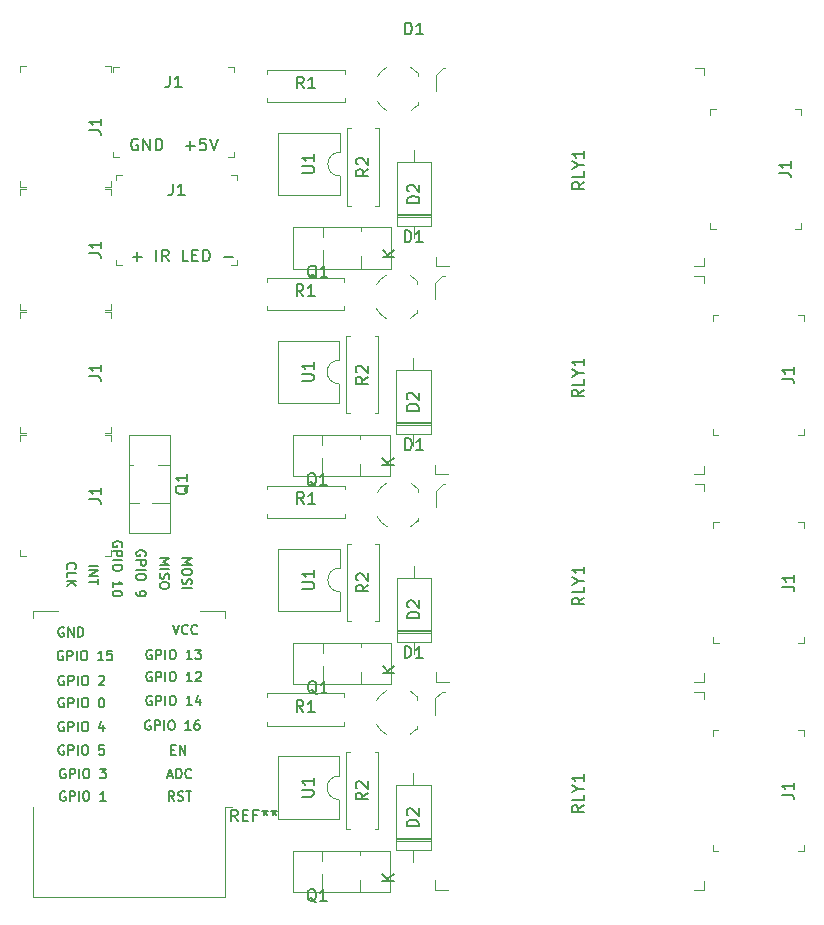
<source format=gbr>
%TF.GenerationSoftware,KiCad,Pcbnew,(6.0.10)*%
%TF.CreationDate,2023-01-21T19:58:42+05:30*%
%TF.ProjectId,Micro MCU V2,4d696372-6f20-44d4-9355-2056322e6b69,rev?*%
%TF.SameCoordinates,Original*%
%TF.FileFunction,Legend,Top*%
%TF.FilePolarity,Positive*%
%FSLAX46Y46*%
G04 Gerber Fmt 4.6, Leading zero omitted, Abs format (unit mm)*
G04 Created by KiCad (PCBNEW (6.0.10)) date 2023-01-21 19:58:42*
%MOMM*%
%LPD*%
G01*
G04 APERTURE LIST*
%ADD10C,0.150000*%
%ADD11C,0.100000*%
%ADD12C,0.120000*%
G04 APERTURE END LIST*
D10*
X148336380Y-50300000D02*
X148241142Y-50252380D01*
X148098285Y-50252380D01*
X147955428Y-50300000D01*
X147860190Y-50395238D01*
X147812571Y-50490476D01*
X147764952Y-50680952D01*
X147764952Y-50823809D01*
X147812571Y-51014285D01*
X147860190Y-51109523D01*
X147955428Y-51204761D01*
X148098285Y-51252380D01*
X148193523Y-51252380D01*
X148336380Y-51204761D01*
X148384000Y-51157142D01*
X148384000Y-50823809D01*
X148193523Y-50823809D01*
X148812571Y-51252380D02*
X148812571Y-50252380D01*
X149384000Y-51252380D01*
X149384000Y-50252380D01*
X149860190Y-51252380D02*
X149860190Y-50252380D01*
X150098285Y-50252380D01*
X150241142Y-50300000D01*
X150336380Y-50395238D01*
X150384000Y-50490476D01*
X150431619Y-50680952D01*
X150431619Y-50823809D01*
X150384000Y-51014285D01*
X150336380Y-51109523D01*
X150241142Y-51204761D01*
X150098285Y-51252380D01*
X149860190Y-51252380D01*
X152384000Y-50871428D02*
X153145904Y-50871428D01*
X152764952Y-51252380D02*
X152764952Y-50490476D01*
X154098285Y-50252380D02*
X153622095Y-50252380D01*
X153574476Y-50728571D01*
X153622095Y-50680952D01*
X153717333Y-50633333D01*
X153955428Y-50633333D01*
X154050666Y-50680952D01*
X154098285Y-50728571D01*
X154145904Y-50823809D01*
X154145904Y-51061904D01*
X154098285Y-51157142D01*
X154050666Y-51204761D01*
X153955428Y-51252380D01*
X153717333Y-51252380D01*
X153622095Y-51204761D01*
X153574476Y-51157142D01*
X154431619Y-50252380D02*
X154764952Y-51252380D01*
X155098285Y-50252380D01*
X147907904Y-60269428D02*
X148669809Y-60269428D01*
X148288857Y-60650380D02*
X148288857Y-59888476D01*
X149907904Y-60650380D02*
X149907904Y-59650380D01*
X150955523Y-60650380D02*
X150622190Y-60174190D01*
X150384095Y-60650380D02*
X150384095Y-59650380D01*
X150765047Y-59650380D01*
X150860285Y-59698000D01*
X150907904Y-59745619D01*
X150955523Y-59840857D01*
X150955523Y-59983714D01*
X150907904Y-60078952D01*
X150860285Y-60126571D01*
X150765047Y-60174190D01*
X150384095Y-60174190D01*
X152622190Y-60650380D02*
X152146000Y-60650380D01*
X152146000Y-59650380D01*
X152955523Y-60126571D02*
X153288857Y-60126571D01*
X153431714Y-60650380D02*
X152955523Y-60650380D01*
X152955523Y-59650380D01*
X153431714Y-59650380D01*
X153860285Y-60650380D02*
X153860285Y-59650380D01*
X154098380Y-59650380D01*
X154241238Y-59698000D01*
X154336476Y-59793238D01*
X154384095Y-59888476D01*
X154431714Y-60078952D01*
X154431714Y-60221809D01*
X154384095Y-60412285D01*
X154336476Y-60507523D01*
X154241238Y-60602761D01*
X154098380Y-60650380D01*
X153860285Y-60650380D01*
X155622190Y-60269428D02*
X156384095Y-60269428D01*
%TO.C,D1*%
X170983904Y-76628380D02*
X170983904Y-75628380D01*
X171222000Y-75628380D01*
X171364857Y-75676000D01*
X171460095Y-75771238D01*
X171507714Y-75866476D01*
X171555333Y-76056952D01*
X171555333Y-76199809D01*
X171507714Y-76390285D01*
X171460095Y-76485523D01*
X171364857Y-76580761D01*
X171222000Y-76628380D01*
X170983904Y-76628380D01*
X172507714Y-76628380D02*
X171936285Y-76628380D01*
X172222000Y-76628380D02*
X172222000Y-75628380D01*
X172126761Y-75771238D01*
X172031523Y-75866476D01*
X171936285Y-75914095D01*
%TO.C,U1*%
X162228380Y-105967904D02*
X163037904Y-105967904D01*
X163133142Y-105920285D01*
X163180761Y-105872666D01*
X163228380Y-105777428D01*
X163228380Y-105586952D01*
X163180761Y-105491714D01*
X163133142Y-105444095D01*
X163037904Y-105396476D01*
X162228380Y-105396476D01*
X163228380Y-104396476D02*
X163228380Y-104967904D01*
X163228380Y-104682190D02*
X162228380Y-104682190D01*
X162371238Y-104777428D01*
X162466476Y-104872666D01*
X162514095Y-104967904D01*
%TO.C,J1*%
X144232380Y-80811333D02*
X144946666Y-80811333D01*
X145089523Y-80858952D01*
X145184761Y-80954190D01*
X145232380Y-81097047D01*
X145232380Y-81192285D01*
X145232380Y-79811333D02*
X145232380Y-80382761D01*
X145232380Y-80097047D02*
X144232380Y-80097047D01*
X144375238Y-80192285D01*
X144470476Y-80287523D01*
X144518095Y-80382761D01*
%TO.C,Q1*%
X152644619Y-79597238D02*
X152597000Y-79692476D01*
X152501761Y-79787714D01*
X152358904Y-79930571D01*
X152311285Y-80025809D01*
X152311285Y-80121047D01*
X152549380Y-80073428D02*
X152501761Y-80168666D01*
X152406523Y-80263904D01*
X152216047Y-80311523D01*
X151882714Y-80311523D01*
X151692238Y-80263904D01*
X151597000Y-80168666D01*
X151549380Y-80073428D01*
X151549380Y-79882952D01*
X151597000Y-79787714D01*
X151692238Y-79692476D01*
X151882714Y-79644857D01*
X152216047Y-79644857D01*
X152406523Y-79692476D01*
X152501761Y-79787714D01*
X152549380Y-79882952D01*
X152549380Y-80073428D01*
X152549380Y-78692476D02*
X152549380Y-79263904D01*
X152549380Y-78978190D02*
X151549380Y-78978190D01*
X151692238Y-79073428D01*
X151787476Y-79168666D01*
X151835095Y-79263904D01*
%TO.C,J1*%
X202924380Y-88193333D02*
X203638666Y-88193333D01*
X203781523Y-88240952D01*
X203876761Y-88336190D01*
X203924380Y-88479047D01*
X203924380Y-88574285D01*
X203924380Y-87193333D02*
X203924380Y-87764761D01*
X203924380Y-87479047D02*
X202924380Y-87479047D01*
X203067238Y-87574285D01*
X203162476Y-87669523D01*
X203210095Y-87764761D01*
%TO.C,R2*%
X167856380Y-52826666D02*
X167380190Y-53160000D01*
X167856380Y-53398095D02*
X166856380Y-53398095D01*
X166856380Y-53017142D01*
X166904000Y-52921904D01*
X166951619Y-52874285D01*
X167046857Y-52826666D01*
X167189714Y-52826666D01*
X167284952Y-52874285D01*
X167332571Y-52921904D01*
X167380190Y-53017142D01*
X167380190Y-53398095D01*
X166951619Y-52445714D02*
X166904000Y-52398095D01*
X166856380Y-52302857D01*
X166856380Y-52064761D01*
X166904000Y-51969523D01*
X166951619Y-51921904D01*
X167046857Y-51874285D01*
X167142095Y-51874285D01*
X167284952Y-51921904D01*
X167856380Y-52493333D01*
X167856380Y-51874285D01*
%TO.C,RLY1*%
X186144380Y-89114000D02*
X185668190Y-89447333D01*
X186144380Y-89685428D02*
X185144380Y-89685428D01*
X185144380Y-89304476D01*
X185192000Y-89209238D01*
X185239619Y-89161619D01*
X185334857Y-89114000D01*
X185477714Y-89114000D01*
X185572952Y-89161619D01*
X185620571Y-89209238D01*
X185668190Y-89304476D01*
X185668190Y-89685428D01*
X186144380Y-88209238D02*
X186144380Y-88685428D01*
X185144380Y-88685428D01*
X185668190Y-87685428D02*
X186144380Y-87685428D01*
X185144380Y-88018761D02*
X185668190Y-87685428D01*
X185144380Y-87352095D01*
X186144380Y-86494952D02*
X186144380Y-87066380D01*
X186144380Y-86780666D02*
X185144380Y-86780666D01*
X185287238Y-86875904D01*
X185382476Y-86971142D01*
X185430095Y-87066380D01*
%TO.C,D1*%
X170927904Y-94228380D02*
X170927904Y-93228380D01*
X171166000Y-93228380D01*
X171308857Y-93276000D01*
X171404095Y-93371238D01*
X171451714Y-93466476D01*
X171499333Y-93656952D01*
X171499333Y-93799809D01*
X171451714Y-93990285D01*
X171404095Y-94085523D01*
X171308857Y-94180761D01*
X171166000Y-94228380D01*
X170927904Y-94228380D01*
X172451714Y-94228380D02*
X171880285Y-94228380D01*
X172166000Y-94228380D02*
X172166000Y-93228380D01*
X172070761Y-93371238D01*
X171975523Y-93466476D01*
X171880285Y-93514095D01*
%TO.C,U1*%
X162284380Y-88367904D02*
X163093904Y-88367904D01*
X163189142Y-88320285D01*
X163236761Y-88272666D01*
X163284380Y-88177428D01*
X163284380Y-87986952D01*
X163236761Y-87891714D01*
X163189142Y-87844095D01*
X163093904Y-87796476D01*
X162284380Y-87796476D01*
X163284380Y-86796476D02*
X163284380Y-87367904D01*
X163284380Y-87082190D02*
X162284380Y-87082190D01*
X162427238Y-87177428D01*
X162522476Y-87272666D01*
X162570095Y-87367904D01*
%TO.C,J1*%
X144232380Y-49569333D02*
X144946666Y-49569333D01*
X145089523Y-49616952D01*
X145184761Y-49712190D01*
X145232380Y-49855047D01*
X145232380Y-49950285D01*
X145232380Y-48569333D02*
X145232380Y-49140761D01*
X145232380Y-48855047D02*
X144232380Y-48855047D01*
X144375238Y-48950285D01*
X144470476Y-49045523D01*
X144518095Y-49140761D01*
%TO.C,D2*%
X172174380Y-55684095D02*
X171174380Y-55684095D01*
X171174380Y-55446000D01*
X171222000Y-55303142D01*
X171317238Y-55207904D01*
X171412476Y-55160285D01*
X171602952Y-55112666D01*
X171745809Y-55112666D01*
X171936285Y-55160285D01*
X172031523Y-55207904D01*
X172126761Y-55303142D01*
X172174380Y-55446000D01*
X172174380Y-55684095D01*
X171269619Y-54731714D02*
X171222000Y-54684095D01*
X171174380Y-54588857D01*
X171174380Y-54350761D01*
X171222000Y-54255523D01*
X171269619Y-54207904D01*
X171364857Y-54160285D01*
X171460095Y-54160285D01*
X171602952Y-54207904D01*
X172174380Y-54779333D01*
X172174380Y-54160285D01*
X170074380Y-60287904D02*
X169074380Y-60287904D01*
X170074380Y-59716476D02*
X169502952Y-60145047D01*
X169074380Y-59716476D02*
X169645809Y-60287904D01*
%TO.C,REF\u002A\u002A*%
X156798666Y-108072380D02*
X156465333Y-107596190D01*
X156227238Y-108072380D02*
X156227238Y-107072380D01*
X156608190Y-107072380D01*
X156703428Y-107120000D01*
X156751047Y-107167619D01*
X156798666Y-107262857D01*
X156798666Y-107405714D01*
X156751047Y-107500952D01*
X156703428Y-107548571D01*
X156608190Y-107596190D01*
X156227238Y-107596190D01*
X157227238Y-107548571D02*
X157560571Y-107548571D01*
X157703428Y-108072380D02*
X157227238Y-108072380D01*
X157227238Y-107072380D01*
X157703428Y-107072380D01*
X158465333Y-107548571D02*
X158132000Y-107548571D01*
X158132000Y-108072380D02*
X158132000Y-107072380D01*
X158608190Y-107072380D01*
X159132000Y-107072380D02*
X159132000Y-107310476D01*
X158893904Y-107215238D02*
X159132000Y-107310476D01*
X159370095Y-107215238D01*
X158989142Y-107500952D02*
X159132000Y-107310476D01*
X159274857Y-107500952D01*
X159893904Y-107072380D02*
X159893904Y-107310476D01*
X159655809Y-107215238D02*
X159893904Y-107310476D01*
X160132000Y-107215238D01*
X159751047Y-107500952D02*
X159893904Y-107310476D01*
X160036761Y-107500952D01*
X149505333Y-93560000D02*
X149429142Y-93521904D01*
X149314857Y-93521904D01*
X149200571Y-93560000D01*
X149124380Y-93636190D01*
X149086285Y-93712380D01*
X149048190Y-93864761D01*
X149048190Y-93979047D01*
X149086285Y-94131428D01*
X149124380Y-94207619D01*
X149200571Y-94283809D01*
X149314857Y-94321904D01*
X149391047Y-94321904D01*
X149505333Y-94283809D01*
X149543428Y-94245714D01*
X149543428Y-93979047D01*
X149391047Y-93979047D01*
X149886285Y-94321904D02*
X149886285Y-93521904D01*
X150191047Y-93521904D01*
X150267238Y-93560000D01*
X150305333Y-93598095D01*
X150343428Y-93674285D01*
X150343428Y-93788571D01*
X150305333Y-93864761D01*
X150267238Y-93902857D01*
X150191047Y-93940952D01*
X149886285Y-93940952D01*
X150686285Y-94321904D02*
X150686285Y-93521904D01*
X151219619Y-93521904D02*
X151372000Y-93521904D01*
X151448190Y-93560000D01*
X151524380Y-93636190D01*
X151562476Y-93788571D01*
X151562476Y-94055238D01*
X151524380Y-94207619D01*
X151448190Y-94283809D01*
X151372000Y-94321904D01*
X151219619Y-94321904D01*
X151143428Y-94283809D01*
X151067238Y-94207619D01*
X151029142Y-94055238D01*
X151029142Y-93788571D01*
X151067238Y-93636190D01*
X151143428Y-93560000D01*
X151219619Y-93521904D01*
X152933904Y-94321904D02*
X152476761Y-94321904D01*
X152705333Y-94321904D02*
X152705333Y-93521904D01*
X152629142Y-93636190D01*
X152552952Y-93712380D01*
X152476761Y-93750476D01*
X153200571Y-93521904D02*
X153695809Y-93521904D01*
X153429142Y-93826666D01*
X153543428Y-93826666D01*
X153619619Y-93864761D01*
X153657714Y-93902857D01*
X153695809Y-93979047D01*
X153695809Y-94169523D01*
X153657714Y-94245714D01*
X153619619Y-94283809D01*
X153543428Y-94321904D01*
X153314857Y-94321904D01*
X153238666Y-94283809D01*
X153200571Y-94245714D01*
X142086285Y-101660000D02*
X142010095Y-101621904D01*
X141895809Y-101621904D01*
X141781523Y-101660000D01*
X141705333Y-101736190D01*
X141667238Y-101812380D01*
X141629142Y-101964761D01*
X141629142Y-102079047D01*
X141667238Y-102231428D01*
X141705333Y-102307619D01*
X141781523Y-102383809D01*
X141895809Y-102421904D01*
X141972000Y-102421904D01*
X142086285Y-102383809D01*
X142124380Y-102345714D01*
X142124380Y-102079047D01*
X141972000Y-102079047D01*
X142467238Y-102421904D02*
X142467238Y-101621904D01*
X142772000Y-101621904D01*
X142848190Y-101660000D01*
X142886285Y-101698095D01*
X142924380Y-101774285D01*
X142924380Y-101888571D01*
X142886285Y-101964761D01*
X142848190Y-102002857D01*
X142772000Y-102040952D01*
X142467238Y-102040952D01*
X143267238Y-102421904D02*
X143267238Y-101621904D01*
X143800571Y-101621904D02*
X143952952Y-101621904D01*
X144029142Y-101660000D01*
X144105333Y-101736190D01*
X144143428Y-101888571D01*
X144143428Y-102155238D01*
X144105333Y-102307619D01*
X144029142Y-102383809D01*
X143952952Y-102421904D01*
X143800571Y-102421904D01*
X143724380Y-102383809D01*
X143648190Y-102307619D01*
X143610095Y-102155238D01*
X143610095Y-101888571D01*
X143648190Y-101736190D01*
X143724380Y-101660000D01*
X143800571Y-101621904D01*
X145476761Y-101621904D02*
X145095809Y-101621904D01*
X145057714Y-102002857D01*
X145095809Y-101964761D01*
X145172000Y-101926666D01*
X145362476Y-101926666D01*
X145438666Y-101964761D01*
X145476761Y-102002857D01*
X145514857Y-102079047D01*
X145514857Y-102269523D01*
X145476761Y-102345714D01*
X145438666Y-102383809D01*
X145362476Y-102421904D01*
X145172000Y-102421904D01*
X145095809Y-102383809D01*
X145057714Y-102345714D01*
X142186285Y-105560000D02*
X142110095Y-105521904D01*
X141995809Y-105521904D01*
X141881523Y-105560000D01*
X141805333Y-105636190D01*
X141767238Y-105712380D01*
X141729142Y-105864761D01*
X141729142Y-105979047D01*
X141767238Y-106131428D01*
X141805333Y-106207619D01*
X141881523Y-106283809D01*
X141995809Y-106321904D01*
X142072000Y-106321904D01*
X142186285Y-106283809D01*
X142224380Y-106245714D01*
X142224380Y-105979047D01*
X142072000Y-105979047D01*
X142567238Y-106321904D02*
X142567238Y-105521904D01*
X142872000Y-105521904D01*
X142948190Y-105560000D01*
X142986285Y-105598095D01*
X143024380Y-105674285D01*
X143024380Y-105788571D01*
X142986285Y-105864761D01*
X142948190Y-105902857D01*
X142872000Y-105940952D01*
X142567238Y-105940952D01*
X143367238Y-106321904D02*
X143367238Y-105521904D01*
X143900571Y-105521904D02*
X144052952Y-105521904D01*
X144129142Y-105560000D01*
X144205333Y-105636190D01*
X144243428Y-105788571D01*
X144243428Y-106055238D01*
X144205333Y-106207619D01*
X144129142Y-106283809D01*
X144052952Y-106321904D01*
X143900571Y-106321904D01*
X143824380Y-106283809D01*
X143748190Y-106207619D01*
X143710095Y-106055238D01*
X143710095Y-105788571D01*
X143748190Y-105636190D01*
X143824380Y-105560000D01*
X143900571Y-105521904D01*
X145614857Y-106321904D02*
X145157714Y-106321904D01*
X145386285Y-106321904D02*
X145386285Y-105521904D01*
X145310095Y-105636190D01*
X145233904Y-105712380D01*
X145157714Y-105750476D01*
X142086285Y-97660000D02*
X142010095Y-97621904D01*
X141895809Y-97621904D01*
X141781523Y-97660000D01*
X141705333Y-97736190D01*
X141667238Y-97812380D01*
X141629142Y-97964761D01*
X141629142Y-98079047D01*
X141667238Y-98231428D01*
X141705333Y-98307619D01*
X141781523Y-98383809D01*
X141895809Y-98421904D01*
X141972000Y-98421904D01*
X142086285Y-98383809D01*
X142124380Y-98345714D01*
X142124380Y-98079047D01*
X141972000Y-98079047D01*
X142467238Y-98421904D02*
X142467238Y-97621904D01*
X142772000Y-97621904D01*
X142848190Y-97660000D01*
X142886285Y-97698095D01*
X142924380Y-97774285D01*
X142924380Y-97888571D01*
X142886285Y-97964761D01*
X142848190Y-98002857D01*
X142772000Y-98040952D01*
X142467238Y-98040952D01*
X143267238Y-98421904D02*
X143267238Y-97621904D01*
X143800571Y-97621904D02*
X143952952Y-97621904D01*
X144029142Y-97660000D01*
X144105333Y-97736190D01*
X144143428Y-97888571D01*
X144143428Y-98155238D01*
X144105333Y-98307619D01*
X144029142Y-98383809D01*
X143952952Y-98421904D01*
X143800571Y-98421904D01*
X143724380Y-98383809D01*
X143648190Y-98307619D01*
X143610095Y-98155238D01*
X143610095Y-97888571D01*
X143648190Y-97736190D01*
X143724380Y-97660000D01*
X143800571Y-97621904D01*
X145248190Y-97621904D02*
X145324380Y-97621904D01*
X145400571Y-97660000D01*
X145438666Y-97698095D01*
X145476761Y-97774285D01*
X145514857Y-97926666D01*
X145514857Y-98117142D01*
X145476761Y-98269523D01*
X145438666Y-98345714D01*
X145400571Y-98383809D01*
X145324380Y-98421904D01*
X145248190Y-98421904D01*
X145172000Y-98383809D01*
X145133904Y-98345714D01*
X145095809Y-98269523D01*
X145057714Y-98117142D01*
X145057714Y-97926666D01*
X145095809Y-97774285D01*
X145133904Y-97698095D01*
X145172000Y-97660000D01*
X145248190Y-97621904D01*
X142062476Y-91660000D02*
X141986285Y-91621904D01*
X141872000Y-91621904D01*
X141757714Y-91660000D01*
X141681523Y-91736190D01*
X141643428Y-91812380D01*
X141605333Y-91964761D01*
X141605333Y-92079047D01*
X141643428Y-92231428D01*
X141681523Y-92307619D01*
X141757714Y-92383809D01*
X141872000Y-92421904D01*
X141948190Y-92421904D01*
X142062476Y-92383809D01*
X142100571Y-92345714D01*
X142100571Y-92079047D01*
X141948190Y-92079047D01*
X142443428Y-92421904D02*
X142443428Y-91621904D01*
X142900571Y-92421904D01*
X142900571Y-91621904D01*
X143281523Y-92421904D02*
X143281523Y-91621904D01*
X143472000Y-91621904D01*
X143586285Y-91660000D01*
X143662476Y-91736190D01*
X143700571Y-91812380D01*
X143738666Y-91964761D01*
X143738666Y-92079047D01*
X143700571Y-92231428D01*
X143662476Y-92307619D01*
X143586285Y-92383809D01*
X143472000Y-92421904D01*
X143281523Y-92421904D01*
X151181523Y-102002857D02*
X151448190Y-102002857D01*
X151562476Y-102421904D02*
X151181523Y-102421904D01*
X151181523Y-101621904D01*
X151562476Y-101621904D01*
X151905333Y-102421904D02*
X151905333Y-101621904D01*
X152362476Y-102421904D01*
X152362476Y-101621904D01*
X151305333Y-91421904D02*
X151572000Y-92221904D01*
X151838666Y-91421904D01*
X152562476Y-92145714D02*
X152524380Y-92183809D01*
X152410095Y-92221904D01*
X152333904Y-92221904D01*
X152219619Y-92183809D01*
X152143428Y-92107619D01*
X152105333Y-92031428D01*
X152067238Y-91879047D01*
X152067238Y-91764761D01*
X152105333Y-91612380D01*
X152143428Y-91536190D01*
X152219619Y-91460000D01*
X152333904Y-91421904D01*
X152410095Y-91421904D01*
X152524380Y-91460000D01*
X152562476Y-91498095D01*
X153362476Y-92145714D02*
X153324380Y-92183809D01*
X153210095Y-92221904D01*
X153133904Y-92221904D01*
X153019619Y-92183809D01*
X152943428Y-92107619D01*
X152905333Y-92031428D01*
X152867238Y-91879047D01*
X152867238Y-91764761D01*
X152905333Y-91612380D01*
X152943428Y-91536190D01*
X153019619Y-91460000D01*
X153133904Y-91421904D01*
X153210095Y-91421904D01*
X153324380Y-91460000D01*
X153362476Y-91498095D01*
X148972000Y-85574285D02*
X149010095Y-85498095D01*
X149010095Y-85383809D01*
X148972000Y-85269523D01*
X148895809Y-85193333D01*
X148819619Y-85155238D01*
X148667238Y-85117142D01*
X148552952Y-85117142D01*
X148400571Y-85155238D01*
X148324380Y-85193333D01*
X148248190Y-85269523D01*
X148210095Y-85383809D01*
X148210095Y-85460000D01*
X148248190Y-85574285D01*
X148286285Y-85612380D01*
X148552952Y-85612380D01*
X148552952Y-85460000D01*
X148210095Y-85955238D02*
X149010095Y-85955238D01*
X149010095Y-86260000D01*
X148972000Y-86336190D01*
X148933904Y-86374285D01*
X148857714Y-86412380D01*
X148743428Y-86412380D01*
X148667238Y-86374285D01*
X148629142Y-86336190D01*
X148591047Y-86260000D01*
X148591047Y-85955238D01*
X148210095Y-86755238D02*
X149010095Y-86755238D01*
X149010095Y-87288571D02*
X149010095Y-87440952D01*
X148972000Y-87517142D01*
X148895809Y-87593333D01*
X148743428Y-87631428D01*
X148476761Y-87631428D01*
X148324380Y-87593333D01*
X148248190Y-87517142D01*
X148210095Y-87440952D01*
X148210095Y-87288571D01*
X148248190Y-87212380D01*
X148324380Y-87136190D01*
X148476761Y-87098095D01*
X148743428Y-87098095D01*
X148895809Y-87136190D01*
X148972000Y-87212380D01*
X149010095Y-87288571D01*
X148210095Y-88621904D02*
X148210095Y-88774285D01*
X148248190Y-88850476D01*
X148286285Y-88888571D01*
X148400571Y-88964761D01*
X148552952Y-89002857D01*
X148857714Y-89002857D01*
X148933904Y-88964761D01*
X148972000Y-88926666D01*
X149010095Y-88850476D01*
X149010095Y-88698095D01*
X148972000Y-88621904D01*
X148933904Y-88583809D01*
X148857714Y-88545714D01*
X148667238Y-88545714D01*
X148591047Y-88583809D01*
X148552952Y-88621904D01*
X148514857Y-88698095D01*
X148514857Y-88850476D01*
X148552952Y-88926666D01*
X148591047Y-88964761D01*
X148667238Y-89002857D01*
X142086285Y-99660000D02*
X142010095Y-99621904D01*
X141895809Y-99621904D01*
X141781523Y-99660000D01*
X141705333Y-99736190D01*
X141667238Y-99812380D01*
X141629142Y-99964761D01*
X141629142Y-100079047D01*
X141667238Y-100231428D01*
X141705333Y-100307619D01*
X141781523Y-100383809D01*
X141895809Y-100421904D01*
X141972000Y-100421904D01*
X142086285Y-100383809D01*
X142124380Y-100345714D01*
X142124380Y-100079047D01*
X141972000Y-100079047D01*
X142467238Y-100421904D02*
X142467238Y-99621904D01*
X142772000Y-99621904D01*
X142848190Y-99660000D01*
X142886285Y-99698095D01*
X142924380Y-99774285D01*
X142924380Y-99888571D01*
X142886285Y-99964761D01*
X142848190Y-100002857D01*
X142772000Y-100040952D01*
X142467238Y-100040952D01*
X143267238Y-100421904D02*
X143267238Y-99621904D01*
X143800571Y-99621904D02*
X143952952Y-99621904D01*
X144029142Y-99660000D01*
X144105333Y-99736190D01*
X144143428Y-99888571D01*
X144143428Y-100155238D01*
X144105333Y-100307619D01*
X144029142Y-100383809D01*
X143952952Y-100421904D01*
X143800571Y-100421904D01*
X143724380Y-100383809D01*
X143648190Y-100307619D01*
X143610095Y-100155238D01*
X143610095Y-99888571D01*
X143648190Y-99736190D01*
X143724380Y-99660000D01*
X143800571Y-99621904D01*
X145438666Y-99888571D02*
X145438666Y-100421904D01*
X145248190Y-99583809D02*
X145057714Y-100155238D01*
X145552952Y-100155238D01*
X142186285Y-103660000D02*
X142110095Y-103621904D01*
X141995809Y-103621904D01*
X141881523Y-103660000D01*
X141805333Y-103736190D01*
X141767238Y-103812380D01*
X141729142Y-103964761D01*
X141729142Y-104079047D01*
X141767238Y-104231428D01*
X141805333Y-104307619D01*
X141881523Y-104383809D01*
X141995809Y-104421904D01*
X142072000Y-104421904D01*
X142186285Y-104383809D01*
X142224380Y-104345714D01*
X142224380Y-104079047D01*
X142072000Y-104079047D01*
X142567238Y-104421904D02*
X142567238Y-103621904D01*
X142872000Y-103621904D01*
X142948190Y-103660000D01*
X142986285Y-103698095D01*
X143024380Y-103774285D01*
X143024380Y-103888571D01*
X142986285Y-103964761D01*
X142948190Y-104002857D01*
X142872000Y-104040952D01*
X142567238Y-104040952D01*
X143367238Y-104421904D02*
X143367238Y-103621904D01*
X143900571Y-103621904D02*
X144052952Y-103621904D01*
X144129142Y-103660000D01*
X144205333Y-103736190D01*
X144243428Y-103888571D01*
X144243428Y-104155238D01*
X144205333Y-104307619D01*
X144129142Y-104383809D01*
X144052952Y-104421904D01*
X143900571Y-104421904D01*
X143824380Y-104383809D01*
X143748190Y-104307619D01*
X143710095Y-104155238D01*
X143710095Y-103888571D01*
X143748190Y-103736190D01*
X143824380Y-103660000D01*
X143900571Y-103621904D01*
X145119619Y-103621904D02*
X145614857Y-103621904D01*
X145348190Y-103926666D01*
X145462476Y-103926666D01*
X145538666Y-103964761D01*
X145576761Y-104002857D01*
X145614857Y-104079047D01*
X145614857Y-104269523D01*
X145576761Y-104345714D01*
X145538666Y-104383809D01*
X145462476Y-104421904D01*
X145233904Y-104421904D01*
X145157714Y-104383809D01*
X145119619Y-104345714D01*
X146972000Y-84793333D02*
X147010095Y-84717142D01*
X147010095Y-84602857D01*
X146972000Y-84488571D01*
X146895809Y-84412380D01*
X146819619Y-84374285D01*
X146667238Y-84336190D01*
X146552952Y-84336190D01*
X146400571Y-84374285D01*
X146324380Y-84412380D01*
X146248190Y-84488571D01*
X146210095Y-84602857D01*
X146210095Y-84679047D01*
X146248190Y-84793333D01*
X146286285Y-84831428D01*
X146552952Y-84831428D01*
X146552952Y-84679047D01*
X146210095Y-85174285D02*
X147010095Y-85174285D01*
X147010095Y-85479047D01*
X146972000Y-85555238D01*
X146933904Y-85593333D01*
X146857714Y-85631428D01*
X146743428Y-85631428D01*
X146667238Y-85593333D01*
X146629142Y-85555238D01*
X146591047Y-85479047D01*
X146591047Y-85174285D01*
X146210095Y-85974285D02*
X147010095Y-85974285D01*
X147010095Y-86507619D02*
X147010095Y-86660000D01*
X146972000Y-86736190D01*
X146895809Y-86812380D01*
X146743428Y-86850476D01*
X146476761Y-86850476D01*
X146324380Y-86812380D01*
X146248190Y-86736190D01*
X146210095Y-86660000D01*
X146210095Y-86507619D01*
X146248190Y-86431428D01*
X146324380Y-86355238D01*
X146476761Y-86317142D01*
X146743428Y-86317142D01*
X146895809Y-86355238D01*
X146972000Y-86431428D01*
X147010095Y-86507619D01*
X146210095Y-88221904D02*
X146210095Y-87764761D01*
X146210095Y-87993333D02*
X147010095Y-87993333D01*
X146895809Y-87917142D01*
X146819619Y-87840952D01*
X146781523Y-87764761D01*
X147010095Y-88717142D02*
X147010095Y-88793333D01*
X146972000Y-88869523D01*
X146933904Y-88907619D01*
X146857714Y-88945714D01*
X146705333Y-88983809D01*
X146514857Y-88983809D01*
X146362476Y-88945714D01*
X146286285Y-88907619D01*
X146248190Y-88869523D01*
X146210095Y-88793333D01*
X146210095Y-88717142D01*
X146248190Y-88640952D01*
X146286285Y-88602857D01*
X146362476Y-88564761D01*
X146514857Y-88526666D01*
X146705333Y-88526666D01*
X146857714Y-88564761D01*
X146933904Y-88602857D01*
X146972000Y-88640952D01*
X147010095Y-88717142D01*
X150210095Y-85802857D02*
X151010095Y-85802857D01*
X150438666Y-86069523D01*
X151010095Y-86336190D01*
X150210095Y-86336190D01*
X150210095Y-86717142D02*
X151010095Y-86717142D01*
X150248190Y-87060000D02*
X150210095Y-87174285D01*
X150210095Y-87364761D01*
X150248190Y-87440952D01*
X150286285Y-87479047D01*
X150362476Y-87517142D01*
X150438666Y-87517142D01*
X150514857Y-87479047D01*
X150552952Y-87440952D01*
X150591047Y-87364761D01*
X150629142Y-87212380D01*
X150667238Y-87136190D01*
X150705333Y-87098095D01*
X150781523Y-87060000D01*
X150857714Y-87060000D01*
X150933904Y-87098095D01*
X150972000Y-87136190D01*
X151010095Y-87212380D01*
X151010095Y-87402857D01*
X150972000Y-87517142D01*
X151010095Y-88012380D02*
X151010095Y-88164761D01*
X150972000Y-88240952D01*
X150895809Y-88317142D01*
X150743428Y-88355238D01*
X150476761Y-88355238D01*
X150324380Y-88317142D01*
X150248190Y-88240952D01*
X150210095Y-88164761D01*
X150210095Y-88012380D01*
X150248190Y-87936190D01*
X150324380Y-87860000D01*
X150476761Y-87821904D01*
X150743428Y-87821904D01*
X150895809Y-87860000D01*
X150972000Y-87936190D01*
X151010095Y-88012380D01*
X142005333Y-93660000D02*
X141929142Y-93621904D01*
X141814857Y-93621904D01*
X141700571Y-93660000D01*
X141624380Y-93736190D01*
X141586285Y-93812380D01*
X141548190Y-93964761D01*
X141548190Y-94079047D01*
X141586285Y-94231428D01*
X141624380Y-94307619D01*
X141700571Y-94383809D01*
X141814857Y-94421904D01*
X141891047Y-94421904D01*
X142005333Y-94383809D01*
X142043428Y-94345714D01*
X142043428Y-94079047D01*
X141891047Y-94079047D01*
X142386285Y-94421904D02*
X142386285Y-93621904D01*
X142691047Y-93621904D01*
X142767238Y-93660000D01*
X142805333Y-93698095D01*
X142843428Y-93774285D01*
X142843428Y-93888571D01*
X142805333Y-93964761D01*
X142767238Y-94002857D01*
X142691047Y-94040952D01*
X142386285Y-94040952D01*
X143186285Y-94421904D02*
X143186285Y-93621904D01*
X143719619Y-93621904D02*
X143872000Y-93621904D01*
X143948190Y-93660000D01*
X144024380Y-93736190D01*
X144062476Y-93888571D01*
X144062476Y-94155238D01*
X144024380Y-94307619D01*
X143948190Y-94383809D01*
X143872000Y-94421904D01*
X143719619Y-94421904D01*
X143643428Y-94383809D01*
X143567238Y-94307619D01*
X143529142Y-94155238D01*
X143529142Y-93888571D01*
X143567238Y-93736190D01*
X143643428Y-93660000D01*
X143719619Y-93621904D01*
X145433904Y-94421904D02*
X144976761Y-94421904D01*
X145205333Y-94421904D02*
X145205333Y-93621904D01*
X145129142Y-93736190D01*
X145052952Y-93812380D01*
X144976761Y-93850476D01*
X146157714Y-93621904D02*
X145776761Y-93621904D01*
X145738666Y-94002857D01*
X145776761Y-93964761D01*
X145852952Y-93926666D01*
X146043428Y-93926666D01*
X146119619Y-93964761D01*
X146157714Y-94002857D01*
X146195809Y-94079047D01*
X146195809Y-94269523D01*
X146157714Y-94345714D01*
X146119619Y-94383809D01*
X146043428Y-94421904D01*
X145852952Y-94421904D01*
X145776761Y-94383809D01*
X145738666Y-94345714D01*
X149505333Y-97460000D02*
X149429142Y-97421904D01*
X149314857Y-97421904D01*
X149200571Y-97460000D01*
X149124380Y-97536190D01*
X149086285Y-97612380D01*
X149048190Y-97764761D01*
X149048190Y-97879047D01*
X149086285Y-98031428D01*
X149124380Y-98107619D01*
X149200571Y-98183809D01*
X149314857Y-98221904D01*
X149391047Y-98221904D01*
X149505333Y-98183809D01*
X149543428Y-98145714D01*
X149543428Y-97879047D01*
X149391047Y-97879047D01*
X149886285Y-98221904D02*
X149886285Y-97421904D01*
X150191047Y-97421904D01*
X150267238Y-97460000D01*
X150305333Y-97498095D01*
X150343428Y-97574285D01*
X150343428Y-97688571D01*
X150305333Y-97764761D01*
X150267238Y-97802857D01*
X150191047Y-97840952D01*
X149886285Y-97840952D01*
X150686285Y-98221904D02*
X150686285Y-97421904D01*
X151219619Y-97421904D02*
X151372000Y-97421904D01*
X151448190Y-97460000D01*
X151524380Y-97536190D01*
X151562476Y-97688571D01*
X151562476Y-97955238D01*
X151524380Y-98107619D01*
X151448190Y-98183809D01*
X151372000Y-98221904D01*
X151219619Y-98221904D01*
X151143428Y-98183809D01*
X151067238Y-98107619D01*
X151029142Y-97955238D01*
X151029142Y-97688571D01*
X151067238Y-97536190D01*
X151143428Y-97460000D01*
X151219619Y-97421904D01*
X152933904Y-98221904D02*
X152476761Y-98221904D01*
X152705333Y-98221904D02*
X152705333Y-97421904D01*
X152629142Y-97536190D01*
X152552952Y-97612380D01*
X152476761Y-97650476D01*
X153619619Y-97688571D02*
X153619619Y-98221904D01*
X153429142Y-97383809D02*
X153238666Y-97955238D01*
X153733904Y-97955238D01*
X142086285Y-95760000D02*
X142010095Y-95721904D01*
X141895809Y-95721904D01*
X141781523Y-95760000D01*
X141705333Y-95836190D01*
X141667238Y-95912380D01*
X141629142Y-96064761D01*
X141629142Y-96179047D01*
X141667238Y-96331428D01*
X141705333Y-96407619D01*
X141781523Y-96483809D01*
X141895809Y-96521904D01*
X141972000Y-96521904D01*
X142086285Y-96483809D01*
X142124380Y-96445714D01*
X142124380Y-96179047D01*
X141972000Y-96179047D01*
X142467238Y-96521904D02*
X142467238Y-95721904D01*
X142772000Y-95721904D01*
X142848190Y-95760000D01*
X142886285Y-95798095D01*
X142924380Y-95874285D01*
X142924380Y-95988571D01*
X142886285Y-96064761D01*
X142848190Y-96102857D01*
X142772000Y-96140952D01*
X142467238Y-96140952D01*
X143267238Y-96521904D02*
X143267238Y-95721904D01*
X143800571Y-95721904D02*
X143952952Y-95721904D01*
X144029142Y-95760000D01*
X144105333Y-95836190D01*
X144143428Y-95988571D01*
X144143428Y-96255238D01*
X144105333Y-96407619D01*
X144029142Y-96483809D01*
X143952952Y-96521904D01*
X143800571Y-96521904D01*
X143724380Y-96483809D01*
X143648190Y-96407619D01*
X143610095Y-96255238D01*
X143610095Y-95988571D01*
X143648190Y-95836190D01*
X143724380Y-95760000D01*
X143800571Y-95721904D01*
X145057714Y-95798095D02*
X145095809Y-95760000D01*
X145172000Y-95721904D01*
X145362476Y-95721904D01*
X145438666Y-95760000D01*
X145476761Y-95798095D01*
X145514857Y-95874285D01*
X145514857Y-95950476D01*
X145476761Y-96064761D01*
X145019619Y-96521904D01*
X145514857Y-96521904D01*
X142386285Y-86683809D02*
X142348190Y-86645714D01*
X142310095Y-86531428D01*
X142310095Y-86455238D01*
X142348190Y-86340952D01*
X142424380Y-86264761D01*
X142500571Y-86226666D01*
X142652952Y-86188571D01*
X142767238Y-86188571D01*
X142919619Y-86226666D01*
X142995809Y-86264761D01*
X143072000Y-86340952D01*
X143110095Y-86455238D01*
X143110095Y-86531428D01*
X143072000Y-86645714D01*
X143033904Y-86683809D01*
X142310095Y-87407619D02*
X142310095Y-87026666D01*
X143110095Y-87026666D01*
X142310095Y-87674285D02*
X143110095Y-87674285D01*
X142310095Y-88131428D02*
X142767238Y-87788571D01*
X143110095Y-88131428D02*
X142652952Y-87674285D01*
X150881523Y-104193333D02*
X151262476Y-104193333D01*
X150805333Y-104421904D02*
X151072000Y-103621904D01*
X151338666Y-104421904D01*
X151605333Y-104421904D02*
X151605333Y-103621904D01*
X151795809Y-103621904D01*
X151910095Y-103660000D01*
X151986285Y-103736190D01*
X152024380Y-103812380D01*
X152062476Y-103964761D01*
X152062476Y-104079047D01*
X152024380Y-104231428D01*
X151986285Y-104307619D01*
X151910095Y-104383809D01*
X151795809Y-104421904D01*
X151605333Y-104421904D01*
X152862476Y-104345714D02*
X152824380Y-104383809D01*
X152710095Y-104421904D01*
X152633904Y-104421904D01*
X152519619Y-104383809D01*
X152443428Y-104307619D01*
X152405333Y-104231428D01*
X152367238Y-104079047D01*
X152367238Y-103964761D01*
X152405333Y-103812380D01*
X152443428Y-103736190D01*
X152519619Y-103660000D01*
X152633904Y-103621904D01*
X152710095Y-103621904D01*
X152824380Y-103660000D01*
X152862476Y-103698095D01*
X152110095Y-85802857D02*
X152910095Y-85802857D01*
X152338666Y-86069523D01*
X152910095Y-86336190D01*
X152110095Y-86336190D01*
X152910095Y-86869523D02*
X152910095Y-87021904D01*
X152872000Y-87098095D01*
X152795809Y-87174285D01*
X152643428Y-87212380D01*
X152376761Y-87212380D01*
X152224380Y-87174285D01*
X152148190Y-87098095D01*
X152110095Y-87021904D01*
X152110095Y-86869523D01*
X152148190Y-86793333D01*
X152224380Y-86717142D01*
X152376761Y-86679047D01*
X152643428Y-86679047D01*
X152795809Y-86717142D01*
X152872000Y-86793333D01*
X152910095Y-86869523D01*
X152148190Y-87517142D02*
X152110095Y-87631428D01*
X152110095Y-87821904D01*
X152148190Y-87898095D01*
X152186285Y-87936190D01*
X152262476Y-87974285D01*
X152338666Y-87974285D01*
X152414857Y-87936190D01*
X152452952Y-87898095D01*
X152491047Y-87821904D01*
X152529142Y-87669523D01*
X152567238Y-87593333D01*
X152605333Y-87555238D01*
X152681523Y-87517142D01*
X152757714Y-87517142D01*
X152833904Y-87555238D01*
X152872000Y-87593333D01*
X152910095Y-87669523D01*
X152910095Y-87860000D01*
X152872000Y-87974285D01*
X152110095Y-88317142D02*
X152910095Y-88317142D01*
X144210095Y-86436190D02*
X145010095Y-86436190D01*
X144210095Y-86817142D02*
X145010095Y-86817142D01*
X144210095Y-87274285D01*
X145010095Y-87274285D01*
X145010095Y-87540952D02*
X145010095Y-87998095D01*
X144210095Y-87769523D02*
X145010095Y-87769523D01*
X149505333Y-95460000D02*
X149429142Y-95421904D01*
X149314857Y-95421904D01*
X149200571Y-95460000D01*
X149124380Y-95536190D01*
X149086285Y-95612380D01*
X149048190Y-95764761D01*
X149048190Y-95879047D01*
X149086285Y-96031428D01*
X149124380Y-96107619D01*
X149200571Y-96183809D01*
X149314857Y-96221904D01*
X149391047Y-96221904D01*
X149505333Y-96183809D01*
X149543428Y-96145714D01*
X149543428Y-95879047D01*
X149391047Y-95879047D01*
X149886285Y-96221904D02*
X149886285Y-95421904D01*
X150191047Y-95421904D01*
X150267238Y-95460000D01*
X150305333Y-95498095D01*
X150343428Y-95574285D01*
X150343428Y-95688571D01*
X150305333Y-95764761D01*
X150267238Y-95802857D01*
X150191047Y-95840952D01*
X149886285Y-95840952D01*
X150686285Y-96221904D02*
X150686285Y-95421904D01*
X151219619Y-95421904D02*
X151372000Y-95421904D01*
X151448190Y-95460000D01*
X151524380Y-95536190D01*
X151562476Y-95688571D01*
X151562476Y-95955238D01*
X151524380Y-96107619D01*
X151448190Y-96183809D01*
X151372000Y-96221904D01*
X151219619Y-96221904D01*
X151143428Y-96183809D01*
X151067238Y-96107619D01*
X151029142Y-95955238D01*
X151029142Y-95688571D01*
X151067238Y-95536190D01*
X151143428Y-95460000D01*
X151219619Y-95421904D01*
X152933904Y-96221904D02*
X152476761Y-96221904D01*
X152705333Y-96221904D02*
X152705333Y-95421904D01*
X152629142Y-95536190D01*
X152552952Y-95612380D01*
X152476761Y-95650476D01*
X153238666Y-95498095D02*
X153276761Y-95460000D01*
X153352952Y-95421904D01*
X153543428Y-95421904D01*
X153619619Y-95460000D01*
X153657714Y-95498095D01*
X153695809Y-95574285D01*
X153695809Y-95650476D01*
X153657714Y-95764761D01*
X153200571Y-96221904D01*
X153695809Y-96221904D01*
X151433904Y-106321904D02*
X151167238Y-105940952D01*
X150976761Y-106321904D02*
X150976761Y-105521904D01*
X151281523Y-105521904D01*
X151357714Y-105560000D01*
X151395809Y-105598095D01*
X151433904Y-105674285D01*
X151433904Y-105788571D01*
X151395809Y-105864761D01*
X151357714Y-105902857D01*
X151281523Y-105940952D01*
X150976761Y-105940952D01*
X151738666Y-106283809D02*
X151852952Y-106321904D01*
X152043428Y-106321904D01*
X152119619Y-106283809D01*
X152157714Y-106245714D01*
X152195809Y-106169523D01*
X152195809Y-106093333D01*
X152157714Y-106017142D01*
X152119619Y-105979047D01*
X152043428Y-105940952D01*
X151891047Y-105902857D01*
X151814857Y-105864761D01*
X151776761Y-105826666D01*
X151738666Y-105750476D01*
X151738666Y-105674285D01*
X151776761Y-105598095D01*
X151814857Y-105560000D01*
X151891047Y-105521904D01*
X152081523Y-105521904D01*
X152195809Y-105560000D01*
X152424380Y-105521904D02*
X152881523Y-105521904D01*
X152652952Y-106321904D02*
X152652952Y-105521904D01*
X149405333Y-99560000D02*
X149329142Y-99521904D01*
X149214857Y-99521904D01*
X149100571Y-99560000D01*
X149024380Y-99636190D01*
X148986285Y-99712380D01*
X148948190Y-99864761D01*
X148948190Y-99979047D01*
X148986285Y-100131428D01*
X149024380Y-100207619D01*
X149100571Y-100283809D01*
X149214857Y-100321904D01*
X149291047Y-100321904D01*
X149405333Y-100283809D01*
X149443428Y-100245714D01*
X149443428Y-99979047D01*
X149291047Y-99979047D01*
X149786285Y-100321904D02*
X149786285Y-99521904D01*
X150091047Y-99521904D01*
X150167238Y-99560000D01*
X150205333Y-99598095D01*
X150243428Y-99674285D01*
X150243428Y-99788571D01*
X150205333Y-99864761D01*
X150167238Y-99902857D01*
X150091047Y-99940952D01*
X149786285Y-99940952D01*
X150586285Y-100321904D02*
X150586285Y-99521904D01*
X151119619Y-99521904D02*
X151272000Y-99521904D01*
X151348190Y-99560000D01*
X151424380Y-99636190D01*
X151462476Y-99788571D01*
X151462476Y-100055238D01*
X151424380Y-100207619D01*
X151348190Y-100283809D01*
X151272000Y-100321904D01*
X151119619Y-100321904D01*
X151043428Y-100283809D01*
X150967238Y-100207619D01*
X150929142Y-100055238D01*
X150929142Y-99788571D01*
X150967238Y-99636190D01*
X151043428Y-99560000D01*
X151119619Y-99521904D01*
X152833904Y-100321904D02*
X152376761Y-100321904D01*
X152605333Y-100321904D02*
X152605333Y-99521904D01*
X152529142Y-99636190D01*
X152452952Y-99712380D01*
X152376761Y-99750476D01*
X153519619Y-99521904D02*
X153367238Y-99521904D01*
X153291047Y-99560000D01*
X153252952Y-99598095D01*
X153176761Y-99712380D01*
X153138666Y-99864761D01*
X153138666Y-100169523D01*
X153176761Y-100245714D01*
X153214857Y-100283809D01*
X153291047Y-100321904D01*
X153443428Y-100321904D01*
X153519619Y-100283809D01*
X153557714Y-100245714D01*
X153595809Y-100169523D01*
X153595809Y-99979047D01*
X153557714Y-99902857D01*
X153519619Y-99864761D01*
X153443428Y-99826666D01*
X153291047Y-99826666D01*
X153214857Y-99864761D01*
X153176761Y-99902857D01*
X153138666Y-99979047D01*
%TO.C,RLY1*%
X186088380Y-71514000D02*
X185612190Y-71847333D01*
X186088380Y-72085428D02*
X185088380Y-72085428D01*
X185088380Y-71704476D01*
X185136000Y-71609238D01*
X185183619Y-71561619D01*
X185278857Y-71514000D01*
X185421714Y-71514000D01*
X185516952Y-71561619D01*
X185564571Y-71609238D01*
X185612190Y-71704476D01*
X185612190Y-72085428D01*
X186088380Y-70609238D02*
X186088380Y-71085428D01*
X185088380Y-71085428D01*
X185612190Y-70085428D02*
X186088380Y-70085428D01*
X185088380Y-70418761D02*
X185612190Y-70085428D01*
X185088380Y-69752095D01*
X186088380Y-68894952D02*
X186088380Y-69466380D01*
X186088380Y-69180666D02*
X185088380Y-69180666D01*
X185231238Y-69275904D01*
X185326476Y-69371142D01*
X185374095Y-69466380D01*
%TO.C,J1*%
X202868380Y-70593333D02*
X203582666Y-70593333D01*
X203725523Y-70640952D01*
X203820761Y-70736190D01*
X203868380Y-70879047D01*
X203868380Y-70974285D01*
X203868380Y-69593333D02*
X203868380Y-70164761D01*
X203868380Y-69879047D02*
X202868380Y-69879047D01*
X203011238Y-69974285D01*
X203106476Y-70069523D01*
X203154095Y-70164761D01*
%TO.C,Q1*%
X163498761Y-97297619D02*
X163403523Y-97250000D01*
X163308285Y-97154761D01*
X163165428Y-97011904D01*
X163070190Y-96964285D01*
X162974952Y-96964285D01*
X163022571Y-97202380D02*
X162927333Y-97154761D01*
X162832095Y-97059523D01*
X162784476Y-96869047D01*
X162784476Y-96535714D01*
X162832095Y-96345238D01*
X162927333Y-96250000D01*
X163022571Y-96202380D01*
X163213047Y-96202380D01*
X163308285Y-96250000D01*
X163403523Y-96345238D01*
X163451142Y-96535714D01*
X163451142Y-96869047D01*
X163403523Y-97059523D01*
X163308285Y-97154761D01*
X163213047Y-97202380D01*
X163022571Y-97202380D01*
X164403523Y-97202380D02*
X163832095Y-97202380D01*
X164117809Y-97202380D02*
X164117809Y-96202380D01*
X164022571Y-96345238D01*
X163927333Y-96440476D01*
X163832095Y-96488095D01*
%TO.C,J1*%
X202652380Y-53165333D02*
X203366666Y-53165333D01*
X203509523Y-53212952D01*
X203604761Y-53308190D01*
X203652380Y-53451047D01*
X203652380Y-53546285D01*
X203652380Y-52165333D02*
X203652380Y-52736761D01*
X203652380Y-52451047D02*
X202652380Y-52451047D01*
X202795238Y-52546285D01*
X202890476Y-52641523D01*
X202938095Y-52736761D01*
%TO.C,R2*%
X167800380Y-105626666D02*
X167324190Y-105960000D01*
X167800380Y-106198095D02*
X166800380Y-106198095D01*
X166800380Y-105817142D01*
X166848000Y-105721904D01*
X166895619Y-105674285D01*
X166990857Y-105626666D01*
X167133714Y-105626666D01*
X167228952Y-105674285D01*
X167276571Y-105721904D01*
X167324190Y-105817142D01*
X167324190Y-106198095D01*
X166895619Y-105245714D02*
X166848000Y-105198095D01*
X166800380Y-105102857D01*
X166800380Y-104864761D01*
X166848000Y-104769523D01*
X166895619Y-104721904D01*
X166990857Y-104674285D01*
X167086095Y-104674285D01*
X167228952Y-104721904D01*
X167800380Y-105293333D01*
X167800380Y-104674285D01*
X167800380Y-70426666D02*
X167324190Y-70760000D01*
X167800380Y-70998095D02*
X166800380Y-70998095D01*
X166800380Y-70617142D01*
X166848000Y-70521904D01*
X166895619Y-70474285D01*
X166990857Y-70426666D01*
X167133714Y-70426666D01*
X167228952Y-70474285D01*
X167276571Y-70521904D01*
X167324190Y-70617142D01*
X167324190Y-70998095D01*
X166895619Y-70045714D02*
X166848000Y-69998095D01*
X166800380Y-69902857D01*
X166800380Y-69664761D01*
X166848000Y-69569523D01*
X166895619Y-69521904D01*
X166990857Y-69474285D01*
X167086095Y-69474285D01*
X167228952Y-69521904D01*
X167800380Y-70093333D01*
X167800380Y-69474285D01*
%TO.C,D2*%
X172118380Y-108484095D02*
X171118380Y-108484095D01*
X171118380Y-108246000D01*
X171166000Y-108103142D01*
X171261238Y-108007904D01*
X171356476Y-107960285D01*
X171546952Y-107912666D01*
X171689809Y-107912666D01*
X171880285Y-107960285D01*
X171975523Y-108007904D01*
X172070761Y-108103142D01*
X172118380Y-108246000D01*
X172118380Y-108484095D01*
X171213619Y-107531714D02*
X171166000Y-107484095D01*
X171118380Y-107388857D01*
X171118380Y-107150761D01*
X171166000Y-107055523D01*
X171213619Y-107007904D01*
X171308857Y-106960285D01*
X171404095Y-106960285D01*
X171546952Y-107007904D01*
X172118380Y-107579333D01*
X172118380Y-106960285D01*
X170018380Y-113087904D02*
X169018380Y-113087904D01*
X170018380Y-112516476D02*
X169446952Y-112945047D01*
X169018380Y-112516476D02*
X169589809Y-113087904D01*
%TO.C,J1*%
X144232380Y-70397333D02*
X144946666Y-70397333D01*
X145089523Y-70444952D01*
X145184761Y-70540190D01*
X145232380Y-70683047D01*
X145232380Y-70778285D01*
X145232380Y-69397333D02*
X145232380Y-69968761D01*
X145232380Y-69683047D02*
X144232380Y-69683047D01*
X144375238Y-69778285D01*
X144470476Y-69873523D01*
X144518095Y-69968761D01*
%TO.C,RLY1*%
X186088380Y-106714000D02*
X185612190Y-107047333D01*
X186088380Y-107285428D02*
X185088380Y-107285428D01*
X185088380Y-106904476D01*
X185136000Y-106809238D01*
X185183619Y-106761619D01*
X185278857Y-106714000D01*
X185421714Y-106714000D01*
X185516952Y-106761619D01*
X185564571Y-106809238D01*
X185612190Y-106904476D01*
X185612190Y-107285428D01*
X186088380Y-105809238D02*
X186088380Y-106285428D01*
X185088380Y-106285428D01*
X185612190Y-105285428D02*
X186088380Y-105285428D01*
X185088380Y-105618761D02*
X185612190Y-105285428D01*
X185088380Y-104952095D01*
X186088380Y-104094952D02*
X186088380Y-104666380D01*
X186088380Y-104380666D02*
X185088380Y-104380666D01*
X185231238Y-104475904D01*
X185326476Y-104571142D01*
X185374095Y-104666380D01*
X186144380Y-53914000D02*
X185668190Y-54247333D01*
X186144380Y-54485428D02*
X185144380Y-54485428D01*
X185144380Y-54104476D01*
X185192000Y-54009238D01*
X185239619Y-53961619D01*
X185334857Y-53914000D01*
X185477714Y-53914000D01*
X185572952Y-53961619D01*
X185620571Y-54009238D01*
X185668190Y-54104476D01*
X185668190Y-54485428D01*
X186144380Y-53009238D02*
X186144380Y-53485428D01*
X185144380Y-53485428D01*
X185668190Y-52485428D02*
X186144380Y-52485428D01*
X185144380Y-52818761D02*
X185668190Y-52485428D01*
X185144380Y-52152095D01*
X186144380Y-51294952D02*
X186144380Y-51866380D01*
X186144380Y-51580666D02*
X185144380Y-51580666D01*
X185287238Y-51675904D01*
X185382476Y-51771142D01*
X185430095Y-51866380D01*
%TO.C,J1*%
X202868380Y-105793333D02*
X203582666Y-105793333D01*
X203725523Y-105840952D01*
X203820761Y-105936190D01*
X203868380Y-106079047D01*
X203868380Y-106174285D01*
X203868380Y-104793333D02*
X203868380Y-105364761D01*
X203868380Y-105079047D02*
X202868380Y-105079047D01*
X203011238Y-105174285D01*
X203106476Y-105269523D01*
X203154095Y-105364761D01*
X151304666Y-54062380D02*
X151304666Y-54776666D01*
X151257047Y-54919523D01*
X151161809Y-55014761D01*
X151018952Y-55062380D01*
X150923714Y-55062380D01*
X152304666Y-55062380D02*
X151733238Y-55062380D01*
X152018952Y-55062380D02*
X152018952Y-54062380D01*
X151923714Y-54205238D01*
X151828476Y-54300476D01*
X151733238Y-54348095D01*
%TO.C,Q1*%
X163442761Y-79697619D02*
X163347523Y-79650000D01*
X163252285Y-79554761D01*
X163109428Y-79411904D01*
X163014190Y-79364285D01*
X162918952Y-79364285D01*
X162966571Y-79602380D02*
X162871333Y-79554761D01*
X162776095Y-79459523D01*
X162728476Y-79269047D01*
X162728476Y-78935714D01*
X162776095Y-78745238D01*
X162871333Y-78650000D01*
X162966571Y-78602380D01*
X163157047Y-78602380D01*
X163252285Y-78650000D01*
X163347523Y-78745238D01*
X163395142Y-78935714D01*
X163395142Y-79269047D01*
X163347523Y-79459523D01*
X163252285Y-79554761D01*
X163157047Y-79602380D01*
X162966571Y-79602380D01*
X164347523Y-79602380D02*
X163776095Y-79602380D01*
X164061809Y-79602380D02*
X164061809Y-78602380D01*
X163966571Y-78745238D01*
X163871333Y-78840476D01*
X163776095Y-78888095D01*
%TO.C,J1*%
X151050666Y-44918380D02*
X151050666Y-45632666D01*
X151003047Y-45775523D01*
X150907809Y-45870761D01*
X150764952Y-45918380D01*
X150669714Y-45918380D01*
X152050666Y-45918380D02*
X151479238Y-45918380D01*
X151764952Y-45918380D02*
X151764952Y-44918380D01*
X151669714Y-45061238D01*
X151574476Y-45156476D01*
X151479238Y-45204095D01*
%TO.C,D2*%
X172174380Y-90884095D02*
X171174380Y-90884095D01*
X171174380Y-90646000D01*
X171222000Y-90503142D01*
X171317238Y-90407904D01*
X171412476Y-90360285D01*
X171602952Y-90312666D01*
X171745809Y-90312666D01*
X171936285Y-90360285D01*
X172031523Y-90407904D01*
X172126761Y-90503142D01*
X172174380Y-90646000D01*
X172174380Y-90884095D01*
X171269619Y-89931714D02*
X171222000Y-89884095D01*
X171174380Y-89788857D01*
X171174380Y-89550761D01*
X171222000Y-89455523D01*
X171269619Y-89407904D01*
X171364857Y-89360285D01*
X171460095Y-89360285D01*
X171602952Y-89407904D01*
X172174380Y-89979333D01*
X172174380Y-89360285D01*
X170074380Y-95487904D02*
X169074380Y-95487904D01*
X170074380Y-94916476D02*
X169502952Y-95345047D01*
X169074380Y-94916476D02*
X169645809Y-95487904D01*
%TO.C,U1*%
X162228380Y-70767904D02*
X163037904Y-70767904D01*
X163133142Y-70720285D01*
X163180761Y-70672666D01*
X163228380Y-70577428D01*
X163228380Y-70386952D01*
X163180761Y-70291714D01*
X163133142Y-70244095D01*
X163037904Y-70196476D01*
X162228380Y-70196476D01*
X163228380Y-69196476D02*
X163228380Y-69767904D01*
X163228380Y-69482190D02*
X162228380Y-69482190D01*
X162371238Y-69577428D01*
X162466476Y-69672666D01*
X162514095Y-69767904D01*
%TO.C,R1*%
X162355333Y-63600380D02*
X162022000Y-63124190D01*
X161783904Y-63600380D02*
X161783904Y-62600380D01*
X162164857Y-62600380D01*
X162260095Y-62648000D01*
X162307714Y-62695619D01*
X162355333Y-62790857D01*
X162355333Y-62933714D01*
X162307714Y-63028952D01*
X162260095Y-63076571D01*
X162164857Y-63124190D01*
X161783904Y-63124190D01*
X163307714Y-63600380D02*
X162736285Y-63600380D01*
X163022000Y-63600380D02*
X163022000Y-62600380D01*
X162926761Y-62743238D01*
X162831523Y-62838476D01*
X162736285Y-62886095D01*
%TO.C,D2*%
X172118380Y-73284095D02*
X171118380Y-73284095D01*
X171118380Y-73046000D01*
X171166000Y-72903142D01*
X171261238Y-72807904D01*
X171356476Y-72760285D01*
X171546952Y-72712666D01*
X171689809Y-72712666D01*
X171880285Y-72760285D01*
X171975523Y-72807904D01*
X172070761Y-72903142D01*
X172118380Y-73046000D01*
X172118380Y-73284095D01*
X171213619Y-72331714D02*
X171166000Y-72284095D01*
X171118380Y-72188857D01*
X171118380Y-71950761D01*
X171166000Y-71855523D01*
X171213619Y-71807904D01*
X171308857Y-71760285D01*
X171404095Y-71760285D01*
X171546952Y-71807904D01*
X172118380Y-72379333D01*
X172118380Y-71760285D01*
X170018380Y-77887904D02*
X169018380Y-77887904D01*
X170018380Y-77316476D02*
X169446952Y-77745047D01*
X169018380Y-77316476D02*
X169589809Y-77887904D01*
%TO.C,J1*%
X144232380Y-59983333D02*
X144946666Y-59983333D01*
X145089523Y-60030952D01*
X145184761Y-60126190D01*
X145232380Y-60269047D01*
X145232380Y-60364285D01*
X145232380Y-58983333D02*
X145232380Y-59554761D01*
X145232380Y-59269047D02*
X144232380Y-59269047D01*
X144375238Y-59364285D01*
X144470476Y-59459523D01*
X144518095Y-59554761D01*
%TO.C,Q1*%
X163442761Y-114897619D02*
X163347523Y-114850000D01*
X163252285Y-114754761D01*
X163109428Y-114611904D01*
X163014190Y-114564285D01*
X162918952Y-114564285D01*
X162966571Y-114802380D02*
X162871333Y-114754761D01*
X162776095Y-114659523D01*
X162728476Y-114469047D01*
X162728476Y-114135714D01*
X162776095Y-113945238D01*
X162871333Y-113850000D01*
X162966571Y-113802380D01*
X163157047Y-113802380D01*
X163252285Y-113850000D01*
X163347523Y-113945238D01*
X163395142Y-114135714D01*
X163395142Y-114469047D01*
X163347523Y-114659523D01*
X163252285Y-114754761D01*
X163157047Y-114802380D01*
X162966571Y-114802380D01*
X164347523Y-114802380D02*
X163776095Y-114802380D01*
X164061809Y-114802380D02*
X164061809Y-113802380D01*
X163966571Y-113945238D01*
X163871333Y-114040476D01*
X163776095Y-114088095D01*
X163498761Y-62097619D02*
X163403523Y-62050000D01*
X163308285Y-61954761D01*
X163165428Y-61811904D01*
X163070190Y-61764285D01*
X162974952Y-61764285D01*
X163022571Y-62002380D02*
X162927333Y-61954761D01*
X162832095Y-61859523D01*
X162784476Y-61669047D01*
X162784476Y-61335714D01*
X162832095Y-61145238D01*
X162927333Y-61050000D01*
X163022571Y-61002380D01*
X163213047Y-61002380D01*
X163308285Y-61050000D01*
X163403523Y-61145238D01*
X163451142Y-61335714D01*
X163451142Y-61669047D01*
X163403523Y-61859523D01*
X163308285Y-61954761D01*
X163213047Y-62002380D01*
X163022571Y-62002380D01*
X164403523Y-62002380D02*
X163832095Y-62002380D01*
X164117809Y-62002380D02*
X164117809Y-61002380D01*
X164022571Y-61145238D01*
X163927333Y-61240476D01*
X163832095Y-61288095D01*
%TO.C,R1*%
X162355333Y-98800380D02*
X162022000Y-98324190D01*
X161783904Y-98800380D02*
X161783904Y-97800380D01*
X162164857Y-97800380D01*
X162260095Y-97848000D01*
X162307714Y-97895619D01*
X162355333Y-97990857D01*
X162355333Y-98133714D01*
X162307714Y-98228952D01*
X162260095Y-98276571D01*
X162164857Y-98324190D01*
X161783904Y-98324190D01*
X163307714Y-98800380D02*
X162736285Y-98800380D01*
X163022000Y-98800380D02*
X163022000Y-97800380D01*
X162926761Y-97943238D01*
X162831523Y-98038476D01*
X162736285Y-98086095D01*
%TO.C,D1*%
X170983904Y-41428380D02*
X170983904Y-40428380D01*
X171222000Y-40428380D01*
X171364857Y-40476000D01*
X171460095Y-40571238D01*
X171507714Y-40666476D01*
X171555333Y-40856952D01*
X171555333Y-40999809D01*
X171507714Y-41190285D01*
X171460095Y-41285523D01*
X171364857Y-41380761D01*
X171222000Y-41428380D01*
X170983904Y-41428380D01*
X172507714Y-41428380D02*
X171936285Y-41428380D01*
X172222000Y-41428380D02*
X172222000Y-40428380D01*
X172126761Y-40571238D01*
X172031523Y-40666476D01*
X171936285Y-40714095D01*
X170927904Y-59028380D02*
X170927904Y-58028380D01*
X171166000Y-58028380D01*
X171308857Y-58076000D01*
X171404095Y-58171238D01*
X171451714Y-58266476D01*
X171499333Y-58456952D01*
X171499333Y-58599809D01*
X171451714Y-58790285D01*
X171404095Y-58885523D01*
X171308857Y-58980761D01*
X171166000Y-59028380D01*
X170927904Y-59028380D01*
X172451714Y-59028380D02*
X171880285Y-59028380D01*
X172166000Y-59028380D02*
X172166000Y-58028380D01*
X172070761Y-58171238D01*
X171975523Y-58266476D01*
X171880285Y-58314095D01*
%TO.C,R2*%
X167856380Y-88026666D02*
X167380190Y-88360000D01*
X167856380Y-88598095D02*
X166856380Y-88598095D01*
X166856380Y-88217142D01*
X166904000Y-88121904D01*
X166951619Y-88074285D01*
X167046857Y-88026666D01*
X167189714Y-88026666D01*
X167284952Y-88074285D01*
X167332571Y-88121904D01*
X167380190Y-88217142D01*
X167380190Y-88598095D01*
X166951619Y-87645714D02*
X166904000Y-87598095D01*
X166856380Y-87502857D01*
X166856380Y-87264761D01*
X166904000Y-87169523D01*
X166951619Y-87121904D01*
X167046857Y-87074285D01*
X167142095Y-87074285D01*
X167284952Y-87121904D01*
X167856380Y-87693333D01*
X167856380Y-87074285D01*
%TO.C,R1*%
X162411333Y-81200380D02*
X162078000Y-80724190D01*
X161839904Y-81200380D02*
X161839904Y-80200380D01*
X162220857Y-80200380D01*
X162316095Y-80248000D01*
X162363714Y-80295619D01*
X162411333Y-80390857D01*
X162411333Y-80533714D01*
X162363714Y-80628952D01*
X162316095Y-80676571D01*
X162220857Y-80724190D01*
X161839904Y-80724190D01*
X163363714Y-81200380D02*
X162792285Y-81200380D01*
X163078000Y-81200380D02*
X163078000Y-80200380D01*
X162982761Y-80343238D01*
X162887523Y-80438476D01*
X162792285Y-80486095D01*
%TO.C,U1*%
X162284380Y-53167904D02*
X163093904Y-53167904D01*
X163189142Y-53120285D01*
X163236761Y-53072666D01*
X163284380Y-52977428D01*
X163284380Y-52786952D01*
X163236761Y-52691714D01*
X163189142Y-52644095D01*
X163093904Y-52596476D01*
X162284380Y-52596476D01*
X163284380Y-51596476D02*
X163284380Y-52167904D01*
X163284380Y-51882190D02*
X162284380Y-51882190D01*
X162427238Y-51977428D01*
X162522476Y-52072666D01*
X162570095Y-52167904D01*
%TO.C,R1*%
X162411333Y-46000380D02*
X162078000Y-45524190D01*
X161839904Y-46000380D02*
X161839904Y-45000380D01*
X162220857Y-45000380D01*
X162316095Y-45048000D01*
X162363714Y-45095619D01*
X162411333Y-45190857D01*
X162411333Y-45333714D01*
X162363714Y-45428952D01*
X162316095Y-45476571D01*
X162220857Y-45524190D01*
X161839904Y-45524190D01*
X163363714Y-46000380D02*
X162792285Y-46000380D01*
X163078000Y-46000380D02*
X163078000Y-45000380D01*
X162982761Y-45143238D01*
X162887523Y-45238476D01*
X162792285Y-45286095D01*
D11*
%TO.C,D1*%
X172052000Y-82606000D02*
X172052000Y-82356000D01*
X172052000Y-79906000D02*
X172052000Y-80156000D01*
X169452000Y-79406000D02*
G75*
G03*
X168602000Y-80256000I1000006J-1850006D01*
G01*
X172052000Y-79906000D02*
G75*
G03*
X171447467Y-79414385I-1599994J-1349992D01*
G01*
X171452000Y-83106000D02*
G75*
G03*
X172059285Y-82612147I-999998J1849997D01*
G01*
X168602000Y-82256000D02*
G75*
G03*
X169452000Y-83106000I1850006J1000006D01*
G01*
D12*
%TO.C,U1*%
X165381000Y-104216000D02*
X165381000Y-102566000D01*
X165381000Y-102566000D02*
X160181000Y-102566000D01*
X160181000Y-107866000D02*
X165381000Y-107866000D01*
X165381000Y-107866000D02*
X165381000Y-106216000D01*
X160181000Y-102566000D02*
X160181000Y-107866000D01*
X165381000Y-104216000D02*
G75*
G03*
X165381000Y-106216000I0J-1000000D01*
G01*
D11*
%TO.C,J1*%
X146090000Y-85578000D02*
X145590000Y-85578000D01*
X146090000Y-75378000D02*
X146090000Y-75878000D01*
X138390000Y-85578000D02*
X138390000Y-85078000D01*
X138390000Y-75378000D02*
X138390000Y-75878000D01*
X138390000Y-85578000D02*
X138840000Y-85578000D01*
X146090000Y-85578000D02*
X146090000Y-85078000D01*
X146090000Y-75378000D02*
X145590000Y-75378000D01*
X138390000Y-75378000D02*
X138840000Y-75378000D01*
D12*
%TO.C,Q1*%
X151097000Y-83622000D02*
X147607000Y-83622000D01*
X151097000Y-75382000D02*
X151097000Y-83622000D01*
X151097000Y-77902000D02*
X150027000Y-77902000D01*
X147927000Y-77902000D02*
X147607000Y-77902000D01*
X151097000Y-81103000D02*
X149517000Y-81103000D01*
X147607000Y-75382000D02*
X147607000Y-83622000D01*
X148437000Y-81103000D02*
X147607000Y-81103000D01*
X151097000Y-75382000D02*
X147607000Y-75382000D01*
D11*
%TO.C,J1*%
X197082000Y-92960000D02*
X197082000Y-92460000D01*
X197082000Y-92960000D02*
X197532000Y-92960000D01*
X204782000Y-92960000D02*
X204782000Y-92460000D01*
X197082000Y-82760000D02*
X197532000Y-82760000D01*
X204782000Y-82760000D02*
X204282000Y-82760000D01*
X204782000Y-82760000D02*
X204782000Y-83260000D01*
X204782000Y-92960000D02*
X204282000Y-92960000D01*
X197082000Y-82760000D02*
X197082000Y-83260000D01*
D12*
%TO.C,R2*%
X168774000Y-55930000D02*
X168444000Y-55930000D01*
X166034000Y-49390000D02*
X166034000Y-55930000D01*
X168444000Y-49390000D02*
X168774000Y-49390000D01*
X166364000Y-49390000D02*
X166034000Y-49390000D01*
X166034000Y-55930000D02*
X166364000Y-55930000D01*
X168774000Y-49390000D02*
X168774000Y-55930000D01*
D11*
%TO.C,RLY1*%
X173555000Y-80060000D02*
X173555000Y-81435000D01*
X174380000Y-79485000D02*
X174155000Y-79485000D01*
X196305000Y-79485000D02*
X196305000Y-80110000D01*
X173555000Y-96235000D02*
X173555000Y-95460000D01*
X196305000Y-96235000D02*
X195455000Y-96235000D01*
X174155000Y-79485000D02*
X173555000Y-80060000D01*
X174680000Y-96235000D02*
X173555000Y-96235000D01*
X196305000Y-95535000D02*
X196305000Y-96235000D01*
X195480000Y-79485000D02*
X196305000Y-79485000D01*
%TO.C,D1*%
X171996000Y-97506000D02*
X171996000Y-97756000D01*
X171996000Y-100206000D02*
X171996000Y-99956000D01*
X168546000Y-99856000D02*
G75*
G03*
X169396000Y-100706000I1850006J1000006D01*
G01*
X171996000Y-97506000D02*
G75*
G03*
X171391467Y-97014385I-1599994J-1349992D01*
G01*
X169396000Y-97006000D02*
G75*
G03*
X168546000Y-97856000I1000006J-1850006D01*
G01*
X171396000Y-100706000D02*
G75*
G03*
X172003285Y-100212147I-999998J1849997D01*
G01*
D12*
%TO.C,U1*%
X165437000Y-84966000D02*
X160237000Y-84966000D01*
X160237000Y-90266000D02*
X165437000Y-90266000D01*
X165437000Y-90266000D02*
X165437000Y-88616000D01*
X160237000Y-84966000D02*
X160237000Y-90266000D01*
X165437000Y-86616000D02*
X165437000Y-84966000D01*
X165437000Y-86616000D02*
G75*
G03*
X165437000Y-88616000I0J-1000000D01*
G01*
D11*
%TO.C,J1*%
X146090000Y-44136000D02*
X146090000Y-44636000D01*
X138390000Y-54336000D02*
X138390000Y-53836000D01*
X146090000Y-44136000D02*
X145590000Y-44136000D01*
X138390000Y-44136000D02*
X138840000Y-44136000D01*
X138390000Y-54336000D02*
X138840000Y-54336000D01*
X138390000Y-44136000D02*
X138390000Y-44636000D01*
X146090000Y-54336000D02*
X145590000Y-54336000D01*
X146090000Y-54336000D02*
X146090000Y-53836000D01*
D12*
%TO.C,D2*%
X173192000Y-57666000D02*
X173192000Y-52226000D01*
X170252000Y-56766000D02*
X173192000Y-56766000D01*
X173192000Y-52226000D02*
X170252000Y-52226000D01*
X170252000Y-56886000D02*
X173192000Y-56886000D01*
X170252000Y-52226000D02*
X170252000Y-57666000D01*
X171722000Y-58686000D02*
X171722000Y-57666000D01*
X170252000Y-56646000D02*
X173192000Y-56646000D01*
X171722000Y-51206000D02*
X171722000Y-52226000D01*
X170252000Y-57666000D02*
X173192000Y-57666000D01*
%TO.C,REF\u002A\u002A*%
X153572000Y-90240000D02*
X155692000Y-90240000D01*
X139452000Y-114480000D02*
X139452000Y-106860000D01*
X155692000Y-106860000D02*
X155692000Y-114480000D01*
X139452000Y-90860000D02*
X139452000Y-90240000D01*
X155692000Y-90240000D02*
X155692000Y-90860000D01*
X155692000Y-114480000D02*
X139452000Y-114480000D01*
X139452000Y-90240000D02*
X141572000Y-90240000D01*
X155692000Y-106860000D02*
X156302000Y-106860000D01*
D11*
%TO.C,RLY1*%
X174099000Y-61885000D02*
X173499000Y-62460000D01*
X196249000Y-61885000D02*
X196249000Y-62510000D01*
X173499000Y-62460000D02*
X173499000Y-63835000D01*
X195424000Y-61885000D02*
X196249000Y-61885000D01*
X196249000Y-78635000D02*
X195399000Y-78635000D01*
X174324000Y-61885000D02*
X174099000Y-61885000D01*
X196249000Y-77935000D02*
X196249000Y-78635000D01*
X174624000Y-78635000D02*
X173499000Y-78635000D01*
X173499000Y-78635000D02*
X173499000Y-77860000D01*
%TO.C,J1*%
X197026000Y-75360000D02*
X197476000Y-75360000D01*
X204726000Y-75360000D02*
X204226000Y-75360000D01*
X197026000Y-75360000D02*
X197026000Y-74860000D01*
X204726000Y-65160000D02*
X204226000Y-65160000D01*
X204726000Y-75360000D02*
X204726000Y-74860000D01*
X197026000Y-65160000D02*
X197026000Y-65660000D01*
X197026000Y-65160000D02*
X197476000Y-65160000D01*
X204726000Y-65160000D02*
X204726000Y-65660000D01*
D12*
%TO.C,Q1*%
X167226000Y-96463000D02*
X167226000Y-95393000D01*
X167226000Y-93293000D02*
X167226000Y-92973000D01*
X169746000Y-96463000D02*
X169746000Y-92973000D01*
X161506000Y-96463000D02*
X161506000Y-92973000D01*
X169746000Y-96463000D02*
X161506000Y-96463000D01*
X164025000Y-96463000D02*
X164025000Y-94883000D01*
X164025000Y-93803000D02*
X164025000Y-92973000D01*
X169746000Y-92973000D02*
X161506000Y-92973000D01*
D11*
%TO.C,J1*%
X196810000Y-47732000D02*
X197260000Y-47732000D01*
X204510000Y-57932000D02*
X204510000Y-57432000D01*
X204510000Y-57932000D02*
X204010000Y-57932000D01*
X204510000Y-47732000D02*
X204510000Y-48232000D01*
X196810000Y-47732000D02*
X196810000Y-48232000D01*
X204510000Y-47732000D02*
X204010000Y-47732000D01*
X196810000Y-57932000D02*
X196810000Y-57432000D01*
X196810000Y-57932000D02*
X197260000Y-57932000D01*
D12*
%TO.C,R2*%
X168718000Y-108730000D02*
X168388000Y-108730000D01*
X165978000Y-108730000D02*
X166308000Y-108730000D01*
X166308000Y-102190000D02*
X165978000Y-102190000D01*
X165978000Y-102190000D02*
X165978000Y-108730000D01*
X168718000Y-102190000D02*
X168718000Y-108730000D01*
X168388000Y-102190000D02*
X168718000Y-102190000D01*
X168718000Y-73530000D02*
X168388000Y-73530000D01*
X165978000Y-73530000D02*
X166308000Y-73530000D01*
X165978000Y-66990000D02*
X165978000Y-73530000D01*
X168388000Y-66990000D02*
X168718000Y-66990000D01*
X166308000Y-66990000D02*
X165978000Y-66990000D01*
X168718000Y-66990000D02*
X168718000Y-73530000D01*
%TO.C,D2*%
X173136000Y-105026000D02*
X170196000Y-105026000D01*
X173136000Y-110466000D02*
X173136000Y-105026000D01*
X170196000Y-105026000D02*
X170196000Y-110466000D01*
X171666000Y-104006000D02*
X171666000Y-105026000D01*
X170196000Y-109566000D02*
X173136000Y-109566000D01*
X171666000Y-111486000D02*
X171666000Y-110466000D01*
X170196000Y-109686000D02*
X173136000Y-109686000D01*
X170196000Y-109446000D02*
X173136000Y-109446000D01*
X170196000Y-110466000D02*
X173136000Y-110466000D01*
D11*
%TO.C,J1*%
X138390000Y-64964000D02*
X138390000Y-65464000D01*
X138390000Y-75164000D02*
X138840000Y-75164000D01*
X146090000Y-64964000D02*
X145590000Y-64964000D01*
X138390000Y-64964000D02*
X138840000Y-64964000D01*
X146090000Y-64964000D02*
X146090000Y-65464000D01*
X146090000Y-75164000D02*
X145590000Y-75164000D01*
X138390000Y-75164000D02*
X138390000Y-74664000D01*
X146090000Y-75164000D02*
X146090000Y-74664000D01*
%TO.C,RLY1*%
X196249000Y-113835000D02*
X195399000Y-113835000D01*
X173499000Y-113835000D02*
X173499000Y-113060000D01*
X196249000Y-97085000D02*
X196249000Y-97710000D01*
X174099000Y-97085000D02*
X173499000Y-97660000D01*
X173499000Y-97660000D02*
X173499000Y-99035000D01*
X174324000Y-97085000D02*
X174099000Y-97085000D01*
X195424000Y-97085000D02*
X196249000Y-97085000D01*
X174624000Y-113835000D02*
X173499000Y-113835000D01*
X196249000Y-113135000D02*
X196249000Y-113835000D01*
X173555000Y-44860000D02*
X173555000Y-46235000D01*
X196305000Y-61035000D02*
X195455000Y-61035000D01*
X173555000Y-61035000D02*
X173555000Y-60260000D01*
X196305000Y-60335000D02*
X196305000Y-61035000D01*
X195480000Y-44285000D02*
X196305000Y-44285000D01*
X174380000Y-44285000D02*
X174155000Y-44285000D01*
X174155000Y-44285000D02*
X173555000Y-44860000D01*
X196305000Y-44285000D02*
X196305000Y-44910000D01*
X174680000Y-61035000D02*
X173555000Y-61035000D01*
%TO.C,J1*%
X197026000Y-110560000D02*
X197476000Y-110560000D01*
X204726000Y-110560000D02*
X204726000Y-110060000D01*
X204726000Y-100360000D02*
X204726000Y-100860000D01*
X197026000Y-110560000D02*
X197026000Y-110060000D01*
X197026000Y-100360000D02*
X197476000Y-100360000D01*
X204726000Y-100360000D02*
X204226000Y-100360000D01*
X204726000Y-110560000D02*
X204226000Y-110560000D01*
X197026000Y-100360000D02*
X197026000Y-100860000D01*
X156738000Y-53300000D02*
X156738000Y-53800000D01*
X156738000Y-61000000D02*
X156738000Y-60550000D01*
X156738000Y-61000000D02*
X156238000Y-61000000D01*
X156738000Y-53300000D02*
X156238000Y-53300000D01*
X146538000Y-61000000D02*
X147038000Y-61000000D01*
X146538000Y-61000000D02*
X146538000Y-60550000D01*
X146538000Y-53300000D02*
X147038000Y-53300000D01*
X146538000Y-53300000D02*
X146538000Y-53800000D01*
D12*
%TO.C,Q1*%
X167170000Y-75693000D02*
X167170000Y-75373000D01*
X163969000Y-76203000D02*
X163969000Y-75373000D01*
X167170000Y-78863000D02*
X167170000Y-77793000D01*
X169690000Y-75373000D02*
X161450000Y-75373000D01*
X163969000Y-78863000D02*
X163969000Y-77283000D01*
X169690000Y-78863000D02*
X161450000Y-78863000D01*
X169690000Y-78863000D02*
X169690000Y-75373000D01*
X161450000Y-78863000D02*
X161450000Y-75373000D01*
D11*
%TO.C,J1*%
X156484000Y-44156000D02*
X155984000Y-44156000D01*
X146284000Y-51856000D02*
X146284000Y-51406000D01*
X156484000Y-51856000D02*
X155984000Y-51856000D01*
X156484000Y-51856000D02*
X156484000Y-51406000D01*
X146284000Y-44156000D02*
X146784000Y-44156000D01*
X146284000Y-44156000D02*
X146284000Y-44656000D01*
X146284000Y-51856000D02*
X146784000Y-51856000D01*
X156484000Y-44156000D02*
X156484000Y-44656000D01*
D12*
%TO.C,D2*%
X170252000Y-91966000D02*
X173192000Y-91966000D01*
X173192000Y-87426000D02*
X170252000Y-87426000D01*
X170252000Y-87426000D02*
X170252000Y-92866000D01*
X173192000Y-92866000D02*
X173192000Y-87426000D01*
X170252000Y-92086000D02*
X173192000Y-92086000D01*
X170252000Y-92866000D02*
X173192000Y-92866000D01*
X170252000Y-91846000D02*
X173192000Y-91846000D01*
X171722000Y-93886000D02*
X171722000Y-92866000D01*
X171722000Y-86406000D02*
X171722000Y-87426000D01*
%TO.C,U1*%
X160181000Y-72666000D02*
X165381000Y-72666000D01*
X160181000Y-67366000D02*
X160181000Y-72666000D01*
X165381000Y-72666000D02*
X165381000Y-71016000D01*
X165381000Y-67366000D02*
X160181000Y-67366000D01*
X165381000Y-69016000D02*
X165381000Y-67366000D01*
X165381000Y-69016000D02*
G75*
G03*
X165381000Y-71016000I0J-1000000D01*
G01*
%TO.C,R1*%
X165792000Y-64772000D02*
X165792000Y-64442000D01*
X165792000Y-62032000D02*
X165792000Y-62362000D01*
X159252000Y-64772000D02*
X165792000Y-64772000D01*
X159252000Y-62032000D02*
X165792000Y-62032000D01*
X159252000Y-62362000D02*
X159252000Y-62032000D01*
X159252000Y-64442000D02*
X159252000Y-64772000D01*
%TO.C,D2*%
X170196000Y-75266000D02*
X173136000Y-75266000D01*
X170196000Y-74486000D02*
X173136000Y-74486000D01*
X171666000Y-68806000D02*
X171666000Y-69826000D01*
X170196000Y-69826000D02*
X170196000Y-75266000D01*
X171666000Y-76286000D02*
X171666000Y-75266000D01*
X170196000Y-74246000D02*
X173136000Y-74246000D01*
X173136000Y-69826000D02*
X170196000Y-69826000D01*
X173136000Y-75266000D02*
X173136000Y-69826000D01*
X170196000Y-74366000D02*
X173136000Y-74366000D01*
D11*
%TO.C,J1*%
X146090000Y-64750000D02*
X145590000Y-64750000D01*
X146090000Y-54550000D02*
X146090000Y-55050000D01*
X146090000Y-64750000D02*
X146090000Y-64250000D01*
X138390000Y-64750000D02*
X138390000Y-64250000D01*
X138390000Y-64750000D02*
X138840000Y-64750000D01*
X138390000Y-54550000D02*
X138390000Y-55050000D01*
X138390000Y-54550000D02*
X138840000Y-54550000D01*
X146090000Y-54550000D02*
X145590000Y-54550000D01*
D12*
%TO.C,Q1*%
X163969000Y-111403000D02*
X163969000Y-110573000D01*
X169690000Y-110573000D02*
X161450000Y-110573000D01*
X167170000Y-114063000D02*
X167170000Y-112993000D01*
X169690000Y-114063000D02*
X161450000Y-114063000D01*
X161450000Y-114063000D02*
X161450000Y-110573000D01*
X169690000Y-114063000D02*
X169690000Y-110573000D01*
X163969000Y-114063000D02*
X163969000Y-112483000D01*
X167170000Y-110893000D02*
X167170000Y-110573000D01*
X164025000Y-58603000D02*
X164025000Y-57773000D01*
X169746000Y-57773000D02*
X161506000Y-57773000D01*
X161506000Y-61263000D02*
X161506000Y-57773000D01*
X164025000Y-61263000D02*
X164025000Y-59683000D01*
X167226000Y-61263000D02*
X167226000Y-60193000D01*
X169746000Y-61263000D02*
X169746000Y-57773000D01*
X169746000Y-61263000D02*
X161506000Y-61263000D01*
X167226000Y-58093000D02*
X167226000Y-57773000D01*
%TO.C,R1*%
X159252000Y-97562000D02*
X159252000Y-97232000D01*
X165792000Y-99972000D02*
X165792000Y-99642000D01*
X159252000Y-99642000D02*
X159252000Y-99972000D01*
X165792000Y-97232000D02*
X165792000Y-97562000D01*
X159252000Y-97232000D02*
X165792000Y-97232000D01*
X159252000Y-99972000D02*
X165792000Y-99972000D01*
D11*
%TO.C,D1*%
X172052000Y-47406000D02*
X172052000Y-47156000D01*
X172052000Y-44706000D02*
X172052000Y-44956000D01*
X172052000Y-44706000D02*
G75*
G03*
X171447467Y-44214385I-1599994J-1349992D01*
G01*
X168602000Y-47056000D02*
G75*
G03*
X169452000Y-47906000I1850006J1000006D01*
G01*
X171452000Y-47906000D02*
G75*
G03*
X172059285Y-47412147I-999998J1849997D01*
G01*
X169452000Y-44206000D02*
G75*
G03*
X168602000Y-45056000I1000006J-1850006D01*
G01*
X171996000Y-62306000D02*
X171996000Y-62556000D01*
X171996000Y-65006000D02*
X171996000Y-64756000D01*
X171396000Y-65506000D02*
G75*
G03*
X172003285Y-65012147I-999998J1849997D01*
G01*
X169396000Y-61806000D02*
G75*
G03*
X168546000Y-62656000I1000006J-1850006D01*
G01*
X171996000Y-62306000D02*
G75*
G03*
X171391467Y-61814385I-1599994J-1349992D01*
G01*
X168546000Y-64656000D02*
G75*
G03*
X169396000Y-65506000I1850006J1000006D01*
G01*
D12*
%TO.C,R2*%
X168774000Y-91130000D02*
X168444000Y-91130000D01*
X166034000Y-84590000D02*
X166034000Y-91130000D01*
X168774000Y-84590000D02*
X168774000Y-91130000D01*
X168444000Y-84590000D02*
X168774000Y-84590000D01*
X166034000Y-91130000D02*
X166364000Y-91130000D01*
X166364000Y-84590000D02*
X166034000Y-84590000D01*
%TO.C,R1*%
X165848000Y-79632000D02*
X165848000Y-79962000D01*
X159308000Y-79632000D02*
X165848000Y-79632000D01*
X165848000Y-82372000D02*
X165848000Y-82042000D01*
X159308000Y-79962000D02*
X159308000Y-79632000D01*
X159308000Y-82372000D02*
X165848000Y-82372000D01*
X159308000Y-82042000D02*
X159308000Y-82372000D01*
%TO.C,U1*%
X160237000Y-55066000D02*
X165437000Y-55066000D01*
X165437000Y-51416000D02*
X165437000Y-49766000D01*
X165437000Y-49766000D02*
X160237000Y-49766000D01*
X165437000Y-55066000D02*
X165437000Y-53416000D01*
X160237000Y-49766000D02*
X160237000Y-55066000D01*
X165437000Y-51416000D02*
G75*
G03*
X165437000Y-53416000I0J-1000000D01*
G01*
%TO.C,R1*%
X159308000Y-47172000D02*
X165848000Y-47172000D01*
X159308000Y-46842000D02*
X159308000Y-47172000D01*
X165848000Y-44432000D02*
X165848000Y-44762000D01*
X165848000Y-47172000D02*
X165848000Y-46842000D01*
X159308000Y-44762000D02*
X159308000Y-44432000D01*
X159308000Y-44432000D02*
X165848000Y-44432000D01*
%TD*%
M02*

</source>
